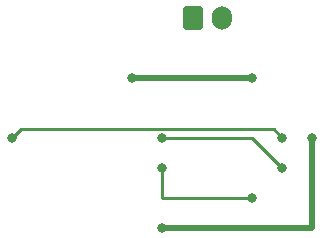
<source format=gbr>
%TF.GenerationSoftware,KiCad,Pcbnew,7.0.8*%
%TF.CreationDate,2023-10-12T16:07:18-07:00*%
%TF.ProjectId,Lab1_555TimerCircuit,4c616231-5f35-4353-9554-696d65724369,rev?*%
%TF.SameCoordinates,Original*%
%TF.FileFunction,Copper,L2,Bot*%
%TF.FilePolarity,Positive*%
%FSLAX46Y46*%
G04 Gerber Fmt 4.6, Leading zero omitted, Abs format (unit mm)*
G04 Created by KiCad (PCBNEW 7.0.8) date 2023-10-12 16:07:18*
%MOMM*%
%LPD*%
G01*
G04 APERTURE LIST*
G04 Aperture macros list*
%AMRoundRect*
0 Rectangle with rounded corners*
0 $1 Rounding radius*
0 $2 $3 $4 $5 $6 $7 $8 $9 X,Y pos of 4 corners*
0 Add a 4 corners polygon primitive as box body*
4,1,4,$2,$3,$4,$5,$6,$7,$8,$9,$2,$3,0*
0 Add four circle primitives for the rounded corners*
1,1,$1+$1,$2,$3*
1,1,$1+$1,$4,$5*
1,1,$1+$1,$6,$7*
1,1,$1+$1,$8,$9*
0 Add four rect primitives between the rounded corners*
20,1,$1+$1,$2,$3,$4,$5,0*
20,1,$1+$1,$4,$5,$6,$7,0*
20,1,$1+$1,$6,$7,$8,$9,0*
20,1,$1+$1,$8,$9,$2,$3,0*%
G04 Aperture macros list end*
%TA.AperFunction,ComponentPad*%
%ADD10O,1.700000X2.000000*%
%TD*%
%TA.AperFunction,ComponentPad*%
%ADD11RoundRect,0.250000X-0.600000X-0.750000X0.600000X-0.750000X0.600000X0.750000X-0.600000X0.750000X0*%
%TD*%
%TA.AperFunction,ViaPad*%
%ADD12C,0.800000*%
%TD*%
%TA.AperFunction,Conductor*%
%ADD13C,0.250000*%
%TD*%
%TA.AperFunction,Conductor*%
%ADD14C,0.500000*%
%TD*%
G04 APERTURE END LIST*
D10*
%TO.P,J1,2,Pin_2*%
%TO.N,GND*%
X88900000Y-71120000D03*
D11*
%TO.P,J1,1,Pin_1*%
%TO.N,+9V*%
X86400000Y-71120000D03*
%TD*%
D12*
%TO.N,/pin_2*%
X83820000Y-81280000D03*
%TO.N,/pin_7*%
X71120000Y-81280000D03*
X93980000Y-81280000D03*
%TO.N,/pin_2*%
X93980000Y-83820000D03*
%TO.N,+9V*%
X81280000Y-76200000D03*
X91440000Y-76200000D03*
X96520000Y-81280000D03*
X83820000Y-88900000D03*
%TO.N,/pin_3*%
X83820000Y-83820000D03*
X91440000Y-86360000D03*
%TD*%
D13*
%TO.N,/pin_2*%
X91440000Y-81280000D02*
X83820000Y-81280000D01*
%TO.N,/pin_7*%
X71845000Y-80555000D02*
X71120000Y-81280000D01*
X93255000Y-80555000D02*
X71845000Y-80555000D01*
X93980000Y-81280000D02*
X93255000Y-80555000D01*
%TO.N,/pin_2*%
X91440000Y-81280000D02*
X93980000Y-83820000D01*
D14*
%TO.N,+9V*%
X91440000Y-76200000D02*
X81280000Y-76200000D01*
X96520000Y-88900000D02*
X96520000Y-81280000D01*
X83820000Y-88900000D02*
X96520000Y-88900000D01*
D13*
%TO.N,/pin_3*%
X83820000Y-86360000D02*
X83820000Y-83820000D01*
X86360000Y-86360000D02*
X83820000Y-86360000D01*
X91440000Y-86360000D02*
X86360000Y-86360000D01*
%TD*%
M02*

</source>
